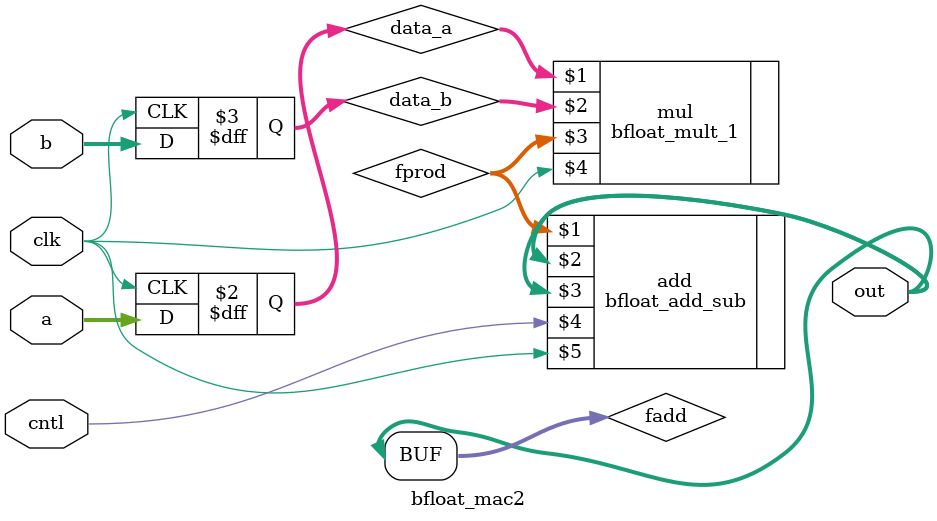
<source format=sv>
`timescale 1ns / 1ps


module bfloat_mac2(a,b,cntl,clk,out);
input bit[15:0]a,b;
input bit  clk;
input bit  cntl;
output bit [15:0]out;
bit [15:0] fprod, fadd;
bit [15:0] data_a, data_b, fprod1;

always@(posedge clk)
begin
data_a<=a;
data_b<=b;
end

bfloat_mult_1 mul(data_a,data_b,fprod,clk);
bfloat_add_sub add(fprod,out,fadd,cntl,clk);

assign out=fadd;




endmodule

</source>
